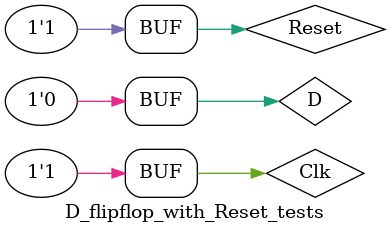
<source format=v>
`timescale 1ns / 1ps


module D_flipflop_with_Reset_tests;

	// Inputs
	reg D;
	reg Clk;
	reg Reset;

	// Outputs
	wire Q;
	wire Q_Bar;

	// Instantiate the Unit Under Test (UUT)
	D_flipflop_with_Reset uut (
		.D(D), 
		.Clk(Clk), 
		.Q(Q), 
		.Q_Bar(Q_Bar), 
		.Reset(Reset)
	);

	initial begin
		Clk = 0;
		repeat(9)
		#100 Clk = ~Clk;     
	end
	initial begin
		D = 0;
		repeat(6)
		#225 D = ~D;     
	end
	initial begin
		Reset = 0;
		repeat(1)
		#600 Reset = ~Reset;
	end
      
endmodule


</source>
